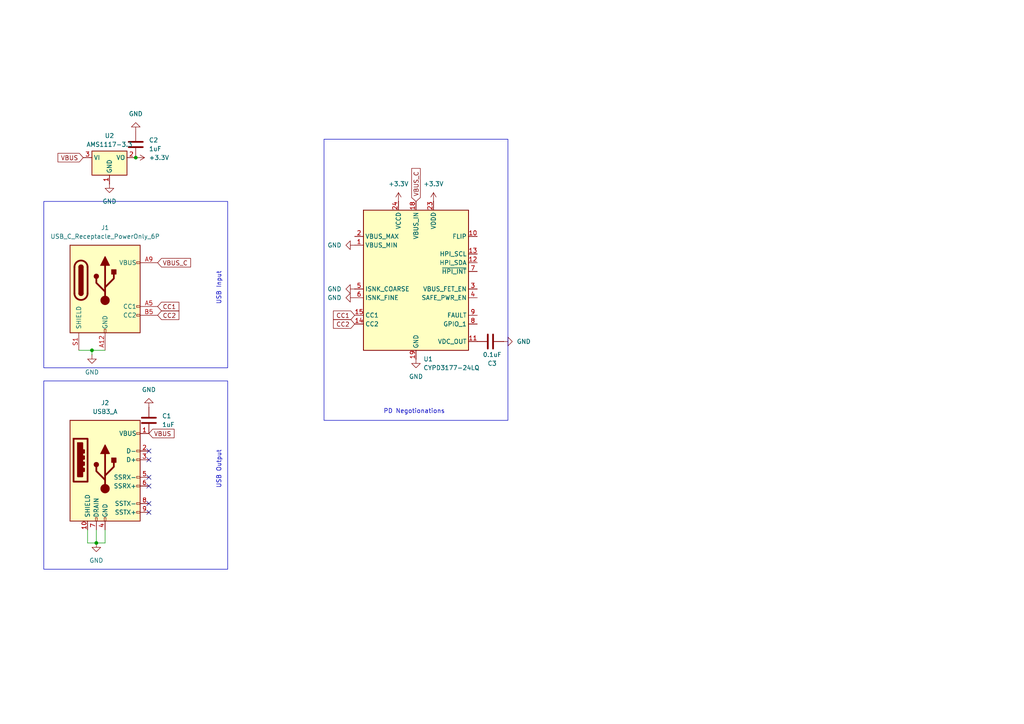
<source format=kicad_sch>
(kicad_sch (version 20250114) (generator "eeschema") (generator_version "9.0")
  (paper "A4")
  (lib_symbols
    (symbol "Connector:USB3_A" (pin_names (offset 1.016))
      (property "Reference" "J" (at -10.16 15.24 0))
      (property "Value" "USB3_A" (at 10.16 15.24 0))
      (symbol "USB3_A_0_0"
        (rectangle (start -9.144 8.636) (end -5.08 -3.81) (stroke (width 0.508)))
        (rectangle (start -7.874 7.366) (end -6.604 -2.286) (stroke (width 0.508)) (fill (type outline)))
        (rectangle (start -6.35 5.334) (end -6.096 4.572) (stroke (width 0.508)))
        (rectangle (start -6.35 3.556) (end -6.096 2.794) (stroke (width 0.508)))
        (rectangle (start -6.35 1.778) (end -6.096 1.016) (stroke (width 0.508)))
        (rectangle (start -6.35 0) (end -6.096 -0.762) (stroke (width 0.508)))
        (rectangle (start -2.794 -15.24) (end -2.286 -14.224))
        (rectangle (start -0.254 -15.24) (end 0.254 -14.224))
        (rectangle (start 10.16 10.414) (end 9.144 9.906))
        (rectangle (start 10.16 5.334) (end 9.144 4.826))
        (rectangle (start 10.16 2.794) (end 9.144 2.286))
        (rectangle (start 10.16 -2.286) (end 9.144 -2.794))
        (rectangle (start 10.16 -4.826) (end 9.144 -5.334))
        (rectangle (start 10.16 -9.906) (end 9.144 -10.414))
        (rectangle (start 10.16 -12.446) (end 9.144 -12.954))
      )
      (symbol "USB3_A_0_1"
        (rectangle (start -10.16 13.97) (end 10.16 -15.24) (stroke (width 0.254)) (fill (type background)))
      )
      (symbol "USB3_A_1_1"
        (circle (center -2.54 1.143) (radius 0.635) (stroke (width 0.254)) (fill (type outline)))
        (polyline (pts (xy -1.27 4.318) (xy 0 6.858) (xy 1.27 4.318) (xy -1.27 4.318)) (stroke (width 0.254)) (fill (type outline)))
        (polyline (pts (xy 0 -2.032) (xy 2.54 0.508) (xy 2.54 1.778)) (stroke (width 0.508)))
        (polyline (pts (xy 0 -3.302) (xy -2.54 -0.762) (xy -2.54 0.508)) (stroke (width 0.508)))
        (polyline (pts (xy 0 -5.842) (xy 0 4.318)) (stroke (width 0.508)))
        (circle (center 0 -5.842) (radius 1.27) (fill (type outline)))
        (rectangle (start 1.905 1.778) (end 3.175 3.048) (stroke (width 0.254)) (fill (type outline)))
        (pin passive line (at -5.08 -17.78 90) (length 2.54) (name "SHIELD") (number "10"))
        (pin passive line (at -2.54 -17.78 90) (length 2.54) (name "DRAIN") (number "7"))
        (pin power_in line (at 0 -17.78 90) (length 2.54) (name "GND") (number "4"))
        (pin power_in line (at 12.7 10.16 180) (length 2.54) (name "VBUS") (number "1"))
        (pin bidirectional line (at 12.7 5.08 180) (length 2.54) (name "D-") (number "2"))
        (pin bidirectional line (at 12.7 2.54 180) (length 2.54) (name "D+") (number "3"))
        (pin output line (at 12.7 -2.54 180) (length 2.54) (name "SSRX-") (number "5"))
        (pin output line (at 12.7 -5.08 180) (length 2.54) (name "SSRX+") (number "6"))
        (pin input line (at 12.7 -10.16 180) (length 2.54) (name "SSTX-") (number "8"))
        (pin input line (at 12.7 -12.7 180) (length 2.54) (name "SSTX+") (number "9"))
      )
    )
    (symbol "Connector:USB_C_Receptacle_PowerOnly_6P" (pin_names (offset 1.016))
      (property "Reference" "J" (at 0 16.51 0))
      (property "Value" "USB_C_Receptacle_PowerOnly_6P" (at 0 13.97 0))
      (symbol "USB_C_Receptacle_PowerOnly_6P_0_0"
        (rectangle (start -0.254 -12.7) (end 0.254 -11.684))
        (rectangle (start 10.16 7.874) (end 9.144 7.366))
        (rectangle (start 10.16 -4.826) (end 9.144 -5.334))
        (rectangle (start 10.16 -7.366) (end 9.144 -7.874))
      )
      (symbol "USB_C_Receptacle_PowerOnly_6P_0_1"
        (rectangle (start -10.16 12.7) (end 10.16 -12.7) (stroke (width 0.254)) (fill (type background)))
        (polyline (pts (xy -8.89 -1.27) (xy -8.89 6.35)) (stroke (width 0.508)))
        (rectangle (start -7.62 -1.27) (end -6.35 6.35) (stroke (width 0.254)) (fill (type outline)))
        (arc (start -7.62 6.35) (mid -6.985 6.9823) (end -6.35 6.35) (stroke (width 0.254)))
        (arc (start -7.62 6.35) (mid -6.985 6.9823) (end -6.35 6.35) (stroke (width 0.254)) (fill (type outline)))
        (arc (start -8.89 6.35) (mid -6.985 8.2467) (end -5.08 6.35) (stroke (width 0.508)))
        (arc (start -5.08 -1.27) (mid -6.985 -3.1667) (end -8.89 -1.27) (stroke (width 0.508)))
        (arc (start -6.35 -1.27) (mid -6.985 -1.9023) (end -7.62 -1.27) (stroke (width 0.254)))
        (arc (start -6.35 -1.27) (mid -6.985 -1.9023) (end -7.62 -1.27) (stroke (width 0.254)) (fill (type outline)))
        (polyline (pts (xy -5.08 6.35) (xy -5.08 -1.27)) (stroke (width 0.508)))
        (circle (center -2.54 3.683) (radius 0.635) (stroke (width 0.254)) (fill (type outline)))
        (polyline (pts (xy -1.27 6.858) (xy 0 9.398) (xy 1.27 6.858) (xy -1.27 6.858)) (stroke (width 0.254)) (fill (type outline)))
        (polyline (pts (xy 0 0.508) (xy 2.54 3.048) (xy 2.54 4.318)) (stroke (width 0.508)))
        (polyline (pts (xy 0 -0.762) (xy -2.54 1.778) (xy -2.54 3.048)) (stroke (width 0.508)))
        (polyline (pts (xy 0 -3.302) (xy 0 6.858)) (stroke (width 0.508)))
        (circle (center 0 -3.302) (radius 1.27) (fill (type outline)))
        (rectangle (start 1.905 4.318) (end 3.175 5.588) (stroke (width 0.254)) (fill (type outline)))
      )
      (symbol "USB_C_Receptacle_PowerOnly_6P_1_1"
        (pin passive line (at -7.62 -17.78 90) (length 5.08) (name "SHIELD") (number "S1"))
        (pin passive line (at 0 -17.78 90) (length 5.08) (name "GND") (number "A12"))
        (pin passive line (at 0 -17.78 90) (length 5.08) (hide yes) (name "GND") (number "B12"))
        (pin passive line (at 15.24 7.62 180) (length 5.08) (name "VBUS") (number "A9"))
        (pin passive line (at 15.24 7.62 180) (length 5.08) (hide yes) (name "VBUS") (number "B9"))
        (pin bidirectional line (at 15.24 -5.08 180) (length 5.08) (name "CC1") (number "A5"))
        (pin bidirectional line (at 15.24 -7.62 180) (length 5.08) (name "CC2") (number "B5"))
      )
    )
    (symbol "Device:C" (pin_numbers (hide yes)) (pin_names (offset 0.254))
      (property "Reference" "C" (at 0.635 2.54 0))
      (property "Value" "C" (at 0.635 -2.54 0))
      (symbol "C_0_1"
        (polyline (pts (xy -2.032 0.762) (xy 2.032 0.762)) (stroke (width 0.508)))
        (polyline (pts (xy -2.032 -0.762) (xy 2.032 -0.762)) (stroke (width 0.508)))
      )
      (symbol "C_1_1"
        (pin passive line (at 0 3.81 270) (length 2.794) (name "~") (number "1"))
        (pin passive line (at 0 -3.81 90) (length 2.794) (name "~") (number "2"))
      )
    )
    (symbol "Interface_USB:CYPD3177-24LQ"
      (property "Reference" "U" (at -13.97 21.59 0))
      (property "Value" "CYPD3177-24LQ" (at 10.16 -21.59 0))
      (symbol "CYPD3177-24LQ_0_1"
        (rectangle (start -15.24 20.32) (end 15.24 -20.32) (stroke (width 0.254)) (fill (type background)))
      )
      (symbol "CYPD3177-24LQ_1_1"
        (pin input line (at -17.78 12.7 0) (length 2.54) (name "VBUS_MAX") (number "2"))
        (pin input line (at -17.78 10.16 0) (length 2.54) (name "VBUS_MIN") (number "1"))
        (pin input line (at -17.78 -2.54 0) (length 2.54) (name "ISNK_COARSE") (number "5"))
        (pin input line (at -17.78 -5.08 0) (length 2.54) (name "ISNK_FINE") (number "6"))
        (pin bidirectional line (at -17.78 -10.16 0) (length 2.54) (name "CC1") (number "15"))
        (pin bidirectional line (at -17.78 -12.7 0) (length 2.54) (name "CC2") (number "14"))
        (pin no_connect line (at -15.24 5.08 0) (length 2.54) (hide yes) (name "NC") (number "17"))
        (pin no_connect line (at -15.24 2.54 0) (length 2.54) (hide yes) (name "NC") (number "16"))
        (pin power_out line (at -5.08 22.86 270) (length 2.54) (name "VCCD") (number "24"))
        (pin power_in line (at 0 22.86 270) (length 2.54) (name "VBUS_IN") (number "18"))
        (pin power_in line (at 0 -22.86 90) (length 2.54) (name "GND") (number "19"))
        (pin passive line (at 0 -22.86 90) (length 2.54) (hide yes) (name "GND") (number "22"))
        (pin passive line (at 0 -22.86 90) (length 2.54) (hide yes) (name "GND") (number "25"))
        (pin power_out line (at 5.08 22.86 270) (length 2.54) (name "VDDD") (number "23"))
        (pin no_connect line (at 15.24 17.78 180) (length 2.54) (hide yes) (name "NC") (number "20"))
        (pin no_connect line (at 15.24 15.24 180) (length 2.54) (hide yes) (name "NC") (number "21"))
        (pin output line (at 17.78 12.7 180) (length 2.54) (name "FLIP") (number "10"))
        (pin bidirectional line (at 17.78 7.62 180) (length 2.54) (name "HPI_SCL") (number "13"))
        (pin bidirectional line (at 17.78 5.08 180) (length 2.54) (name "HPI_SDA") (number "12"))
        (pin input line (at 17.78 2.54 180) (length 2.54) (name "~{HPI_INT}") (number "7"))
        (pin output line (at 17.78 -2.54 180) (length 2.54) (name "VBUS_FET_EN") (number "3"))
        (pin output line (at 17.78 -5.08 180) (length 2.54) (name "SAFE_PWR_EN") (number "4"))
        (pin output line (at 17.78 -10.16 180) (length 2.54) (name "FAULT") (number "9"))
        (pin bidirectional line (at 17.78 -12.7 180) (length 2.54) (name "GPIO_1") (number "8"))
        (pin output line (at 17.78 -17.78 180) (length 2.54) (name "VDC_OUT") (number "11"))
      )
    )
    (symbol "Regulator_Linear:AMS1117-3.3"
      (property "Reference" "U" (at -3.81 3.175 0))
      (property "Value" "AMS1117-3.3" (at 0 3.175 0))
      (symbol "AMS1117-3.3_0_1"
        (rectangle (start -5.08 -5.08) (end 5.08 1.905) (stroke (width 0.254)) (fill (type background)))
      )
      (symbol "AMS1117-3.3_1_1"
        (pin power_in line (at -7.62 0 0) (length 2.54) (name "VI") (number "3"))
        (pin power_in line (at 0 -7.62 90) (length 2.54) (name "GND") (number "1"))
        (pin power_out line (at 7.62 0 180) (length 2.54) (name "VO") (number "2"))
      )
    )
    (symbol "power:+3.3V" (power) (pin_numbers (hide yes)) (pin_names (offset 0) (hide yes))
      (property "Value" "+3.3V" (at 0 3.556 0))
      (symbol "+3.3V_0_1"
        (polyline (pts (xy -0.762 1.27) (xy 0 2.54)))
        (polyline (pts (xy 0 2.54) (xy 0.762 1.27)))
        (polyline (pts (xy 0 0) (xy 0 2.54)))
      )
      (symbol "+3.3V_1_1"
        (pin power_in line (at 0 0 90) (length 0) (name "~") (number "1"))
      )
    )
    (symbol "power:GND" (power) (pin_numbers (hide yes)) (pin_names (offset 0) (hide yes))
      (property "Value" "GND" (at 0 -3.81 0))
      (symbol "GND_0_1"
        (polyline (pts (xy 0 0) (xy 0 -1.27) (xy 1.27 -1.27) (xy 0 -2.54) (xy -1.27 -1.27) (xy 0 -1.27)))
      )
      (symbol "GND_1_1"
        (pin power_in line (at 0 0 270) (length 0) (name "~") (number "1"))
      )
    )
  )
  (rectangle (start 12.7 110.49) (end 66.04 165.1))
  (rectangle (start 93.98 40.386) (end 147.32 121.92))
  (rectangle (start 12.7 58.42) (end 66.04 106.68))
  (text "USB Output" (at 63.5 136.144 90) (effects (font (size 1.27 1.27))))
  (text "PD Negotionations" (at 120.142 119.38 0) (effects (font (size 1.27 1.27))))
  (text "USB Input" (at 63.5 83.566 90) (effects (font (size 1.27 1.27))))
  (junction (at 39.37 45.72))
  (junction (at 27.94 157.48))
  (junction (at 26.67 101.6))
  (no_connect (at 43.18 133.35))
  (no_connect (at 43.18 130.81))
  (no_connect (at 43.18 148.59))
  (no_connect (at 43.18 146.05))
  (no_connect (at 43.18 140.97))
  (no_connect (at 43.18 138.43))
  (wire (pts (xy 30.48 157.48) (xy 30.48 153.67)))
  (wire (pts (xy 27.94 157.48) (xy 30.48 157.48)))
  (wire (pts (xy 25.4 157.48) (xy 27.94 157.48)))
  (wire (pts (xy 22.86 101.6) (xy 26.67 101.6)))
  (wire (pts (xy 27.94 153.67) (xy 27.94 157.48)))
  (wire (pts (xy 26.67 101.6) (xy 30.48 101.6)))
  (wire (pts (xy 26.67 101.6) (xy 26.67 102.87)))
  (wire (pts (xy 25.4 153.67) (xy 25.4 157.48)))
  (global_label "VBUS_C" (shape input) (at 45.72 76.2 0) (property "Intersheetrefs" "${INTERSHEET_REFS}" (effects (hide yes))))
  (global_label "CC1" (shape input) (at 45.72 88.9 0) (property "Intersheetrefs" "${INTERSHEET_REFS}" (effects (hide yes))))
  (global_label "VBUS_C" (shape input) (at 120.65 58.42 90) (property "Intersheetrefs" "${INTERSHEET_REFS}" (effects (hide yes))))
  (global_label "VBUS" (shape input) (at 43.18 125.73 0) (property "Intersheetrefs" "${INTERSHEET_REFS}" (effects (hide yes))))
  (global_label "CC1" (shape input) (at 102.87 91.44 180) (property "Intersheetrefs" "${INTERSHEET_REFS}" (effects (hide yes))))
  (global_label "CC2" (shape input) (at 102.87 93.98 180) (property "Intersheetrefs" "${INTERSHEET_REFS}" (effects (hide yes))))
  (global_label "VBUS" (shape input) (at 24.13 45.72 180) (property "Intersheetrefs" "${INTERSHEET_REFS}" (effects (hide yes))))
  (global_label "CC2" (shape input) (at 45.72 91.44 0) (property "Intersheetrefs" "${INTERSHEET_REFS}" (effects (hide yes))))
  (symbol (lib_id "power:GND") (at 102.87 71.12 270) (unit 1)
    (property "Reference" "#PWR09" (effects (hide yes)))
    (property "Value" "GND" (at 99.06 71.1199 90) (effects (justify right)))
    (property "Description" "Power symbol creates a global label with name \"GND\" , ground" (effects (hide yes)))
  )
  (symbol (lib_id "Connector:USB_C_Receptacle_PowerOnly_6P") (at 30.48 83.82 0) (unit 1)
    (property "Reference" "J1" (at 30.48 66.04 0))
    (property "Value" "USB_C_Receptacle_PowerOnly_6P" (at 30.48 68.58 0))
    (property "Datasheet" "https://www.usb.org/sites/default/files/documents/usb_type-c.zip" (effects (hide yes)))
    (property "Description" "USB Power-Only 6P Type-C Receptacle connector" (effects (hide yes)))
  )
  (symbol (lib_id "power:+3.3V") (at 115.57 58.42 0) (unit 1)
    (property "Reference" "#PWR013" (effects (hide yes)))
    (property "Value" "+3.3V" (at 115.57 53.34 0))
    (property "Description" "Power symbol creates a global label with name \"+3.3V\"" (effects (hide yes)))
  )
  (symbol (lib_id "power:+3.3V") (at 39.37 45.72 270) (unit 1)
    (property "Reference" "#PWR07" (effects (hide yes)))
    (property "Value" "+3.3V" (at 43.18 45.7199 90) (effects (justify left)))
    (property "Description" "Power symbol creates a global label with name \"+3.3V\"" (effects (hide yes)))
  )
  (symbol (lib_id "power:GND") (at 146.05 99.06 90) (unit 1)
    (property "Reference" "#PWR012" (effects (hide yes)))
    (property "Value" "GND" (at 149.86 99.0599 90) (effects (justify right)))
    (property "Description" "Power symbol creates a global label with name \"GND\" , ground" (effects (hide yes)))
  )
  (symbol (lib_id "Interface_USB:CYPD3177-24LQ") (at 120.65 81.28 0) (unit 1)
    (property "Reference" "U1" (at 122.7933 104.14 0) (effects (justify left)))
    (property "Value" "CYPD3177-24LQ" (at 122.7933 106.68 0) (effects (justify left)))
    (property "Footprint" "Package_DFN_QFN:QFN-24-1EP_4x4mm_P0.5mm_EP2.75x2.75mm" (effects (hide yes)))
    (property "Datasheet" "https://www.infineon.com/dgdl/Infineon-EZ-PD_BCR_Datasheet_USB_Type-C_Port_Controller_for_Power_Sinks-DataSheet-v03_00-EN.pdf?fileId=8ac78c8c7d0d8da4017d0ee7ce9d70ad" (effects (hide yes)))
    (property "Description" "Stand-alone USB PD controller (with sink Auto-run mode), QFN-24" (effects (hide yes)))
  )
  (symbol (lib_id "power:GND") (at 27.94 157.48 0) (unit 1)
    (property "Reference" "#PWR02" (effects (hide yes)))
    (property "Value" "GND" (at 27.94 162.56 0))
    (property "Description" "Power symbol creates a global label with name \"GND\" , ground" (effects (hide yes)))
  )
  (symbol (lib_id "Connector:USB3_A") (at 30.48 135.89 0) (unit 1)
    (property "Reference" "J2" (at 30.48 116.84 0))
    (property "Value" "USB3_A" (at 30.48 119.38 0))
    (property "Footprint" "Connector_USB:USB3_A_Molex_48406-0001_Horizontal_Stacked" (effects (hide yes)))
    (property "Description" "USB 3.0 A connector" (effects (hide yes)))
  )
  (symbol (lib_id "power:GND") (at 39.37 38.1 180) (unit 1)
    (property "Reference" "#PWR06" (effects (hide yes)))
    (property "Value" "GND" (at 39.37 33.02 0))
    (property "Description" "Power symbol creates a global label with name \"GND\" , ground" (effects (hide yes)))
  )
  (symbol (lib_id "Device:C") (at 43.18 121.92 0) (unit 1)
    (property "Reference" "C1" (at 46.99 120.6499 0) (effects (justify left)))
    (property "Value" "1uF" (at 46.99 123.1899 0) (effects (justify left)))
    (property "Description" "Unpolarized capacitor" (effects (hide yes)))
  )
  (symbol (lib_id "power:GND") (at 43.18 118.11 180) (unit 1)
    (property "Reference" "#PWR03" (effects (hide yes)))
    (property "Value" "GND" (at 43.18 113.03 0))
    (property "Description" "Power symbol creates a global label with name \"GND\" , ground" (effects (hide yes)))
  )
  (symbol (lib_id "Regulator_Linear:AMS1117-3.3") (at 31.75 45.72 0) (unit 1)
    (property "Reference" "U2" (at 31.75 39.37 0))
    (property "Value" "AMS1117-3.3" (at 31.75 41.91 0))
    (property "Footprint" "Package_TO_SOT_SMD:SOT-223-3_TabPin2" (effects (hide yes)))
    (property "Datasheet" "http://www.advanced-monolithic.com/pdf/ds1117.pdf" (effects (hide yes)))
    (property "Description" "1A Low Dropout regulator, positive, 3.3V fixed output, SOT-223" (effects (hide yes)))
  )
  (symbol (lib_id "Device:C") (at 142.24 99.06 90) (unit 1)
    (property "Reference" "C3" (at 142.748 105.41 90))
    (property "Value" "0.1uF" (at 142.748 102.87 90))
    (property "Description" "Unpolarized capacitor" (effects (hide yes)))
  )
  (symbol (lib_id "power:GND") (at 102.87 86.36 270) (unit 1)
    (property "Reference" "#PWR011" (effects (hide yes)))
    (property "Value" "GND" (at 99.06 86.3599 90) (effects (justify right)))
    (property "Description" "Power symbol creates a global label with name \"GND\" , ground" (effects (hide yes)))
  )
  (symbol (lib_id "power:GND") (at 31.75 53.34 0) (unit 1)
    (property "Reference" "#PWR05" (effects (hide yes)))
    (property "Value" "GND" (at 31.75 58.42 0))
    (property "Description" "Power symbol creates a global label with name \"GND\" , ground" (effects (hide yes)))
  )
  (symbol (lib_id "power:GND") (at 102.87 83.82 270) (unit 1)
    (property "Reference" "#PWR010" (effects (hide yes)))
    (property "Value" "GND" (at 99.06 83.8199 90) (effects (justify right)))
    (property "Description" "Power symbol creates a global label with name \"GND\" , ground" (effects (hide yes)))
  )
  (symbol (lib_id "power:GND") (at 120.65 104.14 0) (unit 1)
    (property "Reference" "#PWR04" (effects (hide yes)))
    (property "Value" "GND" (at 120.65 109.22 0))
    (property "Description" "Power symbol creates a global label with name \"GND\" , ground" (effects (hide yes)))
  )
  (symbol (lib_id "Device:C") (at 39.37 41.91 0) (unit 1)
    (property "Reference" "C2" (at 43.18 40.6399 0) (effects (justify left)))
    (property "Value" "1uF" (at 43.18 43.1799 0) (effects (justify left)))
    (property "Description" "Unpolarized capacitor" (effects (hide yes)))
  )
  (symbol (lib_id "power:GND") (at 26.67 102.87 0) (unit 1)
    (property "Reference" "#PWR01" (effects (hide yes)))
    (property "Value" "GND" (at 26.67 107.95 0))
    (property "Description" "Power symbol creates a global label with name \"GND\" , ground" (effects (hide yes)))
  )
  (symbol (lib_id "power:+3.3V") (at 125.73 58.42 0) (unit 1)
    (property "Reference" "#PWR08" (effects (hide yes)))
    (property "Value" "+3.3V" (at 125.73 53.34 0))
    (property "Description" "Power symbol creates a global label with name \"+3.3V\"" (effects (hide yes)))
  )
)
</source>
